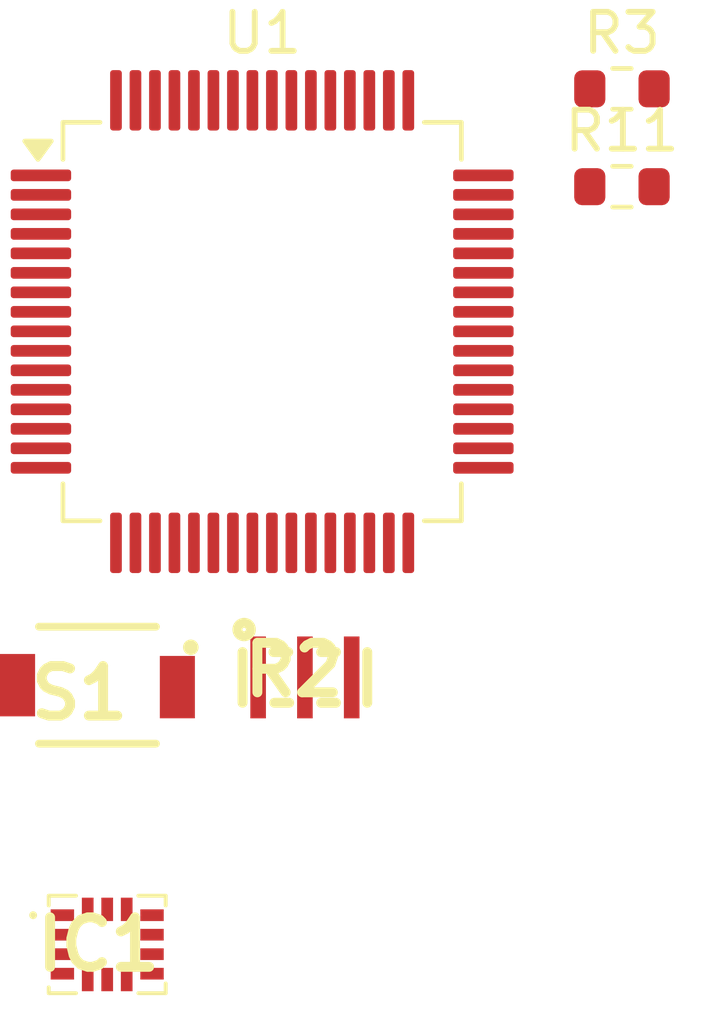
<source format=kicad_pcb>
(kicad_pcb (version 20241229) (generator "pcbnew") (generator_version "9.0")
  (layers (0 "F.Cu" signal) (2 "B.Cu" signal) (13 "F.Paste" user) (15 "B.Paste" user) (5 "F.SilkS" user "F.Silkscreen") (7 "B.SilkS" user "B.Silkscreen") (1 "F.Mask" user) (3 "B.Mask" user) (25 "Edge.Cuts" user))
  (net 0 "")
  (net 15 "/MCU_Core/OSCH_IN")
  (net 16 "/MCU_Core/OSCH_OUT")
  (net 17 "GND")
  (net 18 "/MCU_Core/BOOT0")
  (net 19 "Net-(S1-K)")
  (net 20 "+3.3V")
  (net 29 "+3.3V_MCU")
  (net 47 "/MCU_Core/VCAP_2")
  (net 52 "/MCU_Core/VCAP_1")
  (net 56 "+3.3VA_MCU")
  (net 66 "/MCU_Core/NRST")
  (footprint "Library:B3U-1000P" (layer "F.Cu") (at 59.96 73.51)
    (property "Reference" "S1" (at -0.461 0.206 0) (layer "F.SilkS") (effects (font (size 1.27 1.27) (thickness 0.254))))
    (property "Value" "B3U-1000P" (hide yes))
    (fp_line (start -1.5 -1.5) (end 1.5 -1.5) (stroke (width 0.2)) (layer "F.SilkS"))
    (fp_line (start -1.5 1.5) (end 1.5 1.5) (stroke (width 0.2)) (layer "F.SilkS"))
    (fp_circle (center 2.395 -0.971) (end 2.395 -0.871) (stroke (width 0.2)) (fill no) (layer "F.SilkS"))
    (pad "1" smd rect (at 2.05 0.05) (size 0.9 1.6) (layers "F.Cu" "F.Mask" "F.Paste") (net 19 "Net-(S1-K)"))
    (pad "2" smd rect (at -2.05 0) (size 0.9 1.6) (layers "F.Cu" "F.Mask" "F.Paste") (net 20 "+3.3V"))
  )
  (footprint "Library:IIM42352" (layer "F.Cu") (at 60.21 80.16)
    (property "Reference" "IC1" (at -0.225 0 0) (layer "F.SilkS") (effects (font (size 1.27 1.27) (thickness 0.254))))
    (property "Value" "ICM-42688-P" (hide yes))
    (fp_line (start -1.9 -0.8) (end -1.9 -0.8) (stroke (width 0.1)) (layer "F.SilkS"))
    (fp_line (start -1.9 -0.7) (end -1.9 -0.7) (stroke (width 0.1)) (layer "F.SilkS"))
    (fp_line (start -1.5 -1.25) (end -0.8 -1.25) (stroke (width 0.1)) (layer "F.SilkS"))
    (fp_line (start -1.5 -1) (end -1.5 -1.25) (stroke (width 0.1)) (layer "F.SilkS"))
    (fp_line (start -1.5 1.1) (end -1.5 1.25) (stroke (width 0.1)) (layer "F.SilkS"))
    (fp_line (start -1.5 1.25) (end -0.8 1.25) (stroke (width 0.1)) (layer "F.SilkS"))
    (fp_line (start 0.8 -1.25) (end 1.5 -1.25) (stroke (width 0.1)) (layer "F.SilkS"))
    (fp_line (start 0.8 1.25) (end 1.5 1.25) (stroke (width 0.1)) (layer "F.SilkS"))
    (fp_line (start 1.5 -1.25) (end 1.5 -1) (stroke (width 0.1)) (layer "F.SilkS"))
    (fp_line (start 1.5 1.25) (end 1.5 1) (stroke (width 0.1)) (layer "F.SilkS"))
    (fp_arc (start -1.9 -0.8) (mid -1.85 -0.75) (end -1.9 -0.7) (stroke (width 0.1)) (layer "F.SilkS"))
    (fp_arc (start -1.9 -0.7) (mid -1.95 -0.75) (end -1.9 -0.8) (stroke (width 0.1)) (layer "F.SilkS"))
    (pad "1" smd rect (at -1.15 -0.75 90) (size 0.3 0.6) (layers "F.Cu" "F.Mask" "F.Paste"))
    (pad "2" smd rect (at -1.15 -0.25 90) (size 0.3 0.6) (layers "F.Cu" "F.Mask" "F.Paste"))
    (pad "3" smd rect (at -1.15 0.25 90) (size 0.3 0.6) (layers "F.Cu" "F.Mask" "F.Paste"))
    (pad "4" smd rect (at -1.15 0.75 90) (size 0.3 0.6) (layers "F.Cu" "F.Mask" "F.Paste"))
    (pad "5" smd rect (at -0.5 0.9) (size 0.3 0.6) (layers "F.Cu" "F.Mask" "F.Paste"))
    (pad "6" smd rect (at 0 0.9) (size 0.3 0.6) (layers "F.Cu" "F.Mask" "F.Paste"))
    (pad "7" smd rect (at 0.5 0.9) (size 0.3 0.6) (layers "F.Cu" "F.Mask" "F.Paste"))
    (pad "8" smd rect (at 1.15 0.75 90) (size 0.3 0.6) (layers "F.Cu" "F.Mask" "F.Paste"))
    (pad "9" smd rect (at 1.15 0.25 90) (size 0.3 0.6) (layers "F.Cu" "F.Mask" "F.Paste"))
    (pad "10" smd rect (at 1.15 -0.25 90) (size 0.3 0.6) (layers "F.Cu" "F.Mask" "F.Paste"))
    (pad "11" smd rect (at 1.15 -0.75 90) (size 0.3 0.6) (layers "F.Cu" "F.Mask" "F.Paste"))
    (pad "12" smd rect (at 0.5 -0.9) (size 0.3 0.6) (layers "F.Cu" "F.Mask" "F.Paste"))
    (pad "13" smd rect (at 0 -0.9) (size 0.3 0.6) (layers "F.Cu" "F.Mask" "F.Paste"))
    (pad "14" smd rect (at -0.5 -0.9) (size 0.3 0.6) (layers "F.Cu" "F.Mask" "F.Paste"))
  )
  (footprint "Library:R_0603_1608Metric" (layer "F.Cu") (at 73.415 60.725)
    (property "Reference" "R11" (at 0 -1.43 0) (layer "F.SilkS"))
    (property "Value" "100R")
    (fp_line (start -0.237258 -0.5225) (end 0.237258 -0.5225) (stroke (width 0.12)) (layer "F.SilkS"))
    (fp_line (start -0.237258 0.5225) (end 0.237258 0.5225) (stroke (width 0.12)) (layer "F.SilkS"))
    (pad "1" smd roundrect (at -0.825 0) (size 0.8 0.95) (layers "F.Cu" "F.Mask" "F.Paste") (net 18 "/MCU_Core/BOOT0"))
    (pad "2" smd roundrect (at 0.825 0) (size 0.8 0.95) (layers "F.Cu" "F.Mask" "F.Paste") (net 19 "Net-(S1-K)"))
  )
  (footprint "Library:R_0603_1608Metric" (layer "F.Cu") (at 73.415 58.215)
    (property "Reference" "R3" (at 0 -1.43 0) (layer "F.SilkS"))
    (property "Value" "10K")
    (fp_line (start -0.237258 -0.5225) (end 0.237258 -0.5225) (stroke (width 0.12)) (layer "F.SilkS"))
    (fp_line (start -0.237258 0.5225) (end 0.237258 0.5225) (stroke (width 0.12)) (layer "F.SilkS"))
    (pad "1" smd roundrect (at -0.825 0) (size 0.8 0.95) (layers "F.Cu" "F.Mask" "F.Paste") (net 18 "/MCU_Core/BOOT0"))
    (pad "2" smd roundrect (at 0.825 0) (size 0.8 0.95) (layers "F.Cu" "F.Mask" "F.Paste") (net 17 "GND"))
  )
  (footprint "Library:LQFP-64_10x10mm_P0.5mm" (layer "F.Cu") (at 64.185 64.185)
    (property "Reference" "U1" (at 0 -7.4 0) (layer "F.SilkS"))
    (property "Value" "STM32F405RGTx")
    (fp_line (start -5.11 -5.11) (end -4.16 -5.11) (stroke (width 0.12)) (layer "F.SilkS"))
    (fp_line (start -5.11 -4.16) (end -5.11 -5.11) (stroke (width 0.12)) (layer "F.SilkS"))
    (fp_line (start -5.11 5.11) (end -5.11 4.16) (stroke (width 0.12)) (layer "F.SilkS"))
    (fp_line (start -4.16 5.11) (end -5.11 5.11) (stroke (width 0.12)) (layer "F.SilkS"))
    (fp_line (start 4.16 -5.11) (end 5.11 -5.11) (stroke (width 0.12)) (layer "F.SilkS"))
    (fp_line (start 5.11 -5.11) (end 5.11 -4.16) (stroke (width 0.12)) (layer "F.SilkS"))
    (fp_line (start 5.11 4.16) (end 5.11 5.11) (stroke (width 0.12)) (layer "F.SilkS"))
    (fp_line (start 5.11 5.11) (end 4.16 5.11) (stroke (width 0.12)) (layer "F.SilkS"))
    (fp_poly (pts (xy -5.75 -4.16) (xy -6.09 -4.63) (xy -5.41 -4.63)) (stroke (width 0.12)) (fill yes) (layer "F.SilkS"))
    (pad "1" smd roundrect (at -5.675 -3.75) (size 1.55 0.3) (layers "F.Cu" "F.Mask" "F.Paste") (net 29 "+3.3V_MCU"))
    (pad "2" smd roundrect (at -5.675 -3.25) (size 1.55 0.3) (layers "F.Cu" "F.Mask" "F.Paste"))
    (pad "3" smd roundrect (at -5.675 -2.75) (size 1.55 0.3) (layers "F.Cu" "F.Mask" "F.Paste"))
    (pad "4" smd roundrect (at -5.675 -2.25) (size 1.55 0.3) (layers "F.Cu" "F.Mask" "F.Paste"))
    (pad "5" smd roundrect (at -5.675 -1.75) (size 1.55 0.3) (layers "F.Cu" "F.Mask" "F.Paste") (net 15 "/MCU_Core/OSCH_IN"))
    (pad "6" smd roundrect (at -5.675 -1.25) (size 1.55 0.3) (layers "F.Cu" "F.Mask" "F.Paste") (net 16 "/MCU_Core/OSCH_OUT"))
    (pad "7" smd roundrect (at -5.675 -0.75) (size 1.55 0.3) (layers "F.Cu" "F.Mask" "F.Paste") (net 66 "/MCU_Core/NRST"))
    (pad "8" smd roundrect (at -5.675 -0.25) (size 1.55 0.3) (layers "F.Cu" "F.Mask" "F.Paste"))
    (pad "9" smd roundrect (at -5.675 0.25) (size 1.55 0.3) (layers "F.Cu" "F.Mask" "F.Paste"))
    (pad "10" smd roundrect (at -5.675 0.75) (size 1.55 0.3) (layers "F.Cu" "F.Mask" "F.Paste"))
    (pad "11" smd roundrect (at -5.675 1.25) (size 1.55 0.3) (layers "F.Cu" "F.Mask" "F.Paste"))
    (pad "12" smd roundrect (at -5.675 1.75) (size 1.55 0.3) (layers "F.Cu" "F.Mask" "F.Paste") (net 17 "GND"))
    (pad "13" smd roundrect (at -5.675 2.25) (size 1.55 0.3) (layers "F.Cu" "F.Mask" "F.Paste") (net 56 "+3.3VA_MCU"))
    (pad "14" smd roundrect (at -5.675 2.75) (size 1.55 0.3) (layers "F.Cu" "F.Mask" "F.Paste"))
    (pad "15" smd roundrect (at -5.675 3.25) (size 1.55 0.3) (layers "F.Cu" "F.Mask" "F.Paste"))
    (pad "16" smd roundrect (at -5.675 3.75) (size 1.55 0.3) (layers "F.Cu" "F.Mask" "F.Paste"))
    (pad "17" smd roundrect (at -3.75 5.675) (size 0.3 1.55) (layers "F.Cu" "F.Mask" "F.Paste"))
    (pad "18" smd roundrect (at -3.25 5.675) (size 0.3 1.55) (layers "F.Cu" "F.Mask" "F.Paste") (net 17 "GND"))
    (pad "19" smd roundrect (at -2.75 5.675) (size 0.3 1.55) (layers "F.Cu" "F.Mask" "F.Paste") (net 29 "+3.3V_MCU"))
    (pad "20" smd roundrect (at -2.25 5.675) (size 0.3 1.55) (layers "F.Cu" "F.Mask" "F.Paste"))
    (pad "21" smd roundrect (at -1.75 5.675) (size 0.3 1.55) (layers "F.Cu" "F.Mask" "F.Paste"))
    (pad "22" smd roundrect (at -1.25 5.675) (size 0.3 1.55) (layers "F.Cu" "F.Mask" "F.Paste"))
    (pad "23" smd roundrect (at -0.75 5.675) (size 0.3 1.55) (layers "F.Cu" "F.Mask" "F.Paste"))
    (pad "24" smd roundrect (at -0.25 5.675) (size 0.3 1.55) (layers "F.Cu" "F.Mask" "F.Paste"))
    (pad "25" smd roundrect (at 0.25 5.675) (size 0.3 1.55) (layers "F.Cu" "F.Mask" "F.Paste"))
    (pad "26" smd roundrect (at 0.75 5.675) (size 0.3 1.55) (layers "F.Cu" "F.Mask" "F.Paste"))
    (pad "27" smd roundrect (at 1.25 5.675) (size 0.3 1.55) (layers "F.Cu" "F.Mask" "F.Paste"))
    (pad "28" smd roundrect (at 1.75 5.675) (size 0.3 1.55) (layers "F.Cu" "F.Mask" "F.Paste"))
    (pad "29" smd roundrect (at 2.25 5.675) (size 0.3 1.55) (layers "F.Cu" "F.Mask" "F.Paste"))
    (pad "30" smd roundrect (at 2.75 5.675) (size 0.3 1.55) (layers "F.Cu" "F.Mask" "F.Paste"))
    (pad "31" smd roundrect (at 3.25 5.675) (size 0.3 1.55) (layers "F.Cu" "F.Mask" "F.Paste") (net 52 "/MCU_Core/VCAP_1"))
    (pad "32" smd roundrect (at 3.75 5.675) (size 0.3 1.55) (layers "F.Cu" "F.Mask" "F.Paste") (net 29 "+3.3V_MCU"))
    (pad "33" smd roundrect (at 5.675 3.75) (size 1.55 0.3) (layers "F.Cu" "F.Mask" "F.Paste"))
    (pad "34" smd roundrect (at 5.675 3.25) (size 1.55 0.3) (layers "F.Cu" "F.Mask" "F.Paste"))
    (pad "35" smd roundrect (at 5.675 2.75) (size 1.55 0.3) (layers "F.Cu" "F.Mask" "F.Paste"))
    (pad "36" smd roundrect (at 5.675 2.25) (size 1.55 0.3) (layers "F.Cu" "F.Mask" "F.Paste"))
    (pad "37" smd roundrect (at 5.675 1.75) (size 1.55 0.3) (layers "F.Cu" "F.Mask" "F.Paste"))
    (pad "38" smd roundrect (at 5.675 1.25) (size 1.55 0.3) (layers "F.Cu" "F.Mask" "F.Paste"))
    (pad "39" smd roundrect (at 5.675 0.75) (size 1.55 0.3) (layers "F.Cu" "F.Mask" "F.Paste"))
    (pad "40" smd roundrect (at 5.675 0.25) (size 1.55 0.3) (layers "F.Cu" "F.Mask" "F.Paste"))
    (pad "41" smd roundrect (at 5.675 -0.25) (size 1.55 0.3) (layers "F.Cu" "F.Mask" "F.Paste"))
    (pad "42" smd roundrect (at 5.675 -0.75) (size 1.55 0.3) (layers "F.Cu" "F.Mask" "F.Paste"))
    (pad "43" smd roundrect (at 5.675 -1.25) (size 1.55 0.3) (layers "F.Cu" "F.Mask" "F.Paste"))
    (pad "44" smd roundrect (at 5.675 -1.75) (size 1.55 0.3) (layers "F.Cu" "F.Mask" "F.Paste"))
    (pad "45" smd roundrect (at 5.675 -2.25) (size 1.55 0.3) (layers "F.Cu" "F.Mask" "F.Paste"))
    (pad "46" smd roundrect (at 5.675 -2.75) (size 1.55 0.3) (layers "F.Cu" "F.Mask" "F.Paste"))
    (pad "47" smd roundrect (at 5.675 -3.25) (size 1.55 0.3) (layers "F.Cu" "F.Mask" "F.Paste") (net 47 "/MCU_Core/VCAP_2"))
    (pad "48" smd roundrect (at 5.675 -3.75) (size 1.55 0.3) (layers "F.Cu" "F.Mask" "F.Paste") (net 29 "+3.3V_MCU"))
    (pad "49" smd roundrect (at 3.75 -5.675) (size 0.3 1.55) (layers "F.Cu" "F.Mask" "F.Paste"))
    (pad "50" smd roundrect (at 3.25 -5.675) (size 0.3 1.55) (layers "F.Cu" "F.Mask" "F.Paste"))
    (pad "51" smd roundrect (at 2.75 -5.675) (size 0.3 1.55) (layers "F.Cu" "F.Mask" "F.Paste"))
    (pad "52" smd roundrect (at 2.25 -5.675) (size 0.3 1.55) (layers "F.Cu" "F.Mask" "F.Paste"))
    (pad "53" smd roundrect (at 1.75 -5.675) (size 0.3 1.55) (layers "F.Cu" "F.Mask" "F.Paste"))
    (pad "54" smd roundrect (at 1.25 -5.675) (size 0.3 1.55) (layers "F.Cu" "F.Mask" "F.Paste"))
    (pad "55" smd roundrect (at 0.75 -5.675) (size 0.3 1.55) (layers "F.Cu" "F.Mask" "F.Paste"))
    (pad "56" smd roundrect (at 0.25 -5.675) (size 0.3 1.55) (layers "F.Cu" "F.Mask" "F.Paste"))
    (pad "57" smd roundrect (at -0.25 -5.675) (size 0.3 1.55) (layers "F.Cu" "F.Mask" "F.Paste"))
    (pad "58" smd roundrect (at -0.75 -5.675) (size 0.3 1.55) (layers "F.Cu" "F.Mask" "F.Paste"))
    (pad "59" smd roundrect (at -1.25 -5.675) (size 0.3 1.55) (layers "F.Cu" "F.Mask" "F.Paste"))
    (pad "60" smd roundrect (at -1.75 -5.675) (size 0.3 1.55) (layers "F.Cu" "F.Mask" "F.Paste") (net 18 "/MCU_Core/BOOT0"))
    (pad "61" smd roundrect (at -2.25 -5.675) (size 0.3 1.55) (layers "F.Cu" "F.Mask" "F.Paste"))
    (pad "62" smd roundrect (at -2.75 -5.675) (size 0.3 1.55) (layers "F.Cu" "F.Mask" "F.Paste"))
    (pad "63" smd roundrect (at -3.25 -5.675) (size 0.3 1.55) (layers "F.Cu" "F.Mask" "F.Paste") (net 17 "GND"))
    (pad "64" smd roundrect (at -3.75 -5.675) (size 0.3 1.55) (layers "F.Cu" "F.Mask" "F.Paste") (net 29 "+3.3V_MCU"))
  )
  (footprint "Library:CSTCE12M0G55-R0" (layer "F.Cu") (at 65.28214 73.31114)
    (property "Reference" "R2" (at -0.282 -0.192 0) (layer "F.SilkS") (effects (font (size 1.27 1.27) (thickness 0.254))))
    (property "Value" "CSTCE8M00G55-R0" (hide yes))
    (fp_line (start -1.6 0.65) (end -1.6 -0.65) (stroke (width 0.254)) (layer "F.SilkS"))
    (fp_line (start -0.807 -0.65) (end -0.428 -0.65) (stroke (width 0.254)) (layer "F.SilkS"))
    (fp_line (start -0.783 0.65) (end -0.404 0.65) (stroke (width 0.254)) (layer "F.SilkS"))
    (fp_line (start 0.417 -0.65) (end 0.796 -0.65) (stroke (width 0.254)) (layer "F.SilkS"))
    (fp_line (start 0.417 0.65) (end 0.796 0.65) (stroke (width 0.254)) (layer "F.SilkS"))
    (fp_line (start 1.6 -0.65) (end 1.6 0.65) (stroke (width 0.254)) (layer "F.SilkS"))
    (fp_circle (center -1.559 -1.228) (end -1.559 -1.18186) (stroke (width 0.254)) (fill no) (layer "F.SilkS"))
    (pad "1" smd rect (at -1.2 0) (size 0.4 2.1) (layers "F.Cu" "F.Mask" "F.Paste") (net 15 "/MCU_Core/OSCH_IN"))
    (pad "2" smd rect (at 0 0) (size 0.4 2.1) (layers "F.Cu" "F.Mask" "F.Paste") (net 17 "GND"))
    (pad "3" smd rect (at 1.2 0) (size 0.4 2.1) (layers "F.Cu" "F.Mask" "F.Paste") (net 16 "/MCU_Core/OSCH_OUT"))
  )
)
</source>
